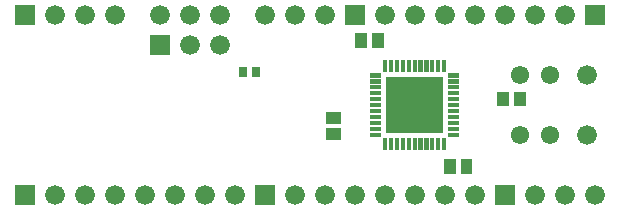
<source format=gbr>
G04 start of page 6 for group -4063 idx -4063 *
G04 Title: (unknown), componentmask *
G04 Creator: pcb 20110918 *
G04 CreationDate: Wed Aug  7 17:59:57 2013 UTC *
G04 For: mokus *
G04 Format: Gerber/RS-274X *
G04 PCB-Dimensions: 210000 80000 *
G04 PCB-Coordinate-Origin: lower left *
%MOIN*%
%FSLAX25Y25*%
%LNTOPMASK*%
%ADD53R,0.0276X0.0276*%
%ADD52R,0.0140X0.0140*%
%ADD51R,0.0395X0.0395*%
%ADD50C,0.0610*%
%ADD49C,0.0660*%
%ADD48C,0.0001*%
G54D48*G36*
X51700Y63300D02*Y56700D01*
X58300D01*
Y63300D01*
X51700D01*
G37*
G54D49*X55000Y70000D03*
X65000Y60000D03*
Y70000D03*
X75000D03*
X100000D03*
X90000D03*
X75000Y60000D03*
G54D48*G36*
X6700Y73300D02*Y66700D01*
X13300D01*
Y73300D01*
X6700D01*
G37*
G54D49*X20000Y70000D03*
X30000D03*
X40000D03*
G54D50*X175000Y30000D03*
X185000D03*
X175000Y50000D03*
X185000D03*
G54D49*X197500Y30000D03*
Y50000D03*
G54D48*G36*
X196700Y73300D02*Y66700D01*
X203300D01*
Y73300D01*
X196700D01*
G37*
G54D49*X190000Y70000D03*
X180000D03*
X170000D03*
X160000D03*
X150000D03*
G54D48*G36*
X6700Y13300D02*Y6700D01*
X13300D01*
Y13300D01*
X6700D01*
G37*
G54D49*X20000Y10000D03*
X30000D03*
X40000D03*
X50000D03*
X60000D03*
X70000D03*
X80000D03*
G54D48*G36*
X86700Y13300D02*Y6700D01*
X93300D01*
Y13300D01*
X86700D01*
G37*
G54D49*X100000Y10000D03*
X110000D03*
X120000D03*
X130000D03*
X140000D03*
X150000D03*
X160000D03*
G54D48*G36*
X166700Y13300D02*Y6700D01*
X173300D01*
Y13300D01*
X166700D01*
G37*
G54D49*X180000Y10000D03*
X190000D03*
X200000D03*
G54D48*G36*
X116700Y73300D02*Y66700D01*
X123300D01*
Y73300D01*
X116700D01*
G37*
G54D49*X110000Y70000D03*
X140000D03*
X130000D03*
G54D51*X112508Y35755D02*X113492D01*
X112508Y30245D02*X113492D01*
X151745Y19992D02*Y19008D01*
X157255Y19992D02*Y19008D01*
G54D52*X145905Y28229D02*Y25788D01*
X147874Y28229D02*Y25788D01*
X149842Y28229D02*Y25788D01*
X151771Y30158D02*X154212D01*
X151771Y32126D02*X154212D01*
X143937Y54212D02*Y51771D01*
X141968Y54212D02*Y51771D01*
X140000Y54212D02*Y51771D01*
X138032Y54212D02*Y51771D01*
X136063Y54212D02*Y51771D01*
X134095Y54212D02*Y51771D01*
G54D53*X82835Y51393D02*Y50607D01*
X87165Y51393D02*Y50607D01*
G54D52*X132126Y54212D02*Y51771D01*
X130158Y54212D02*Y51771D01*
X125788Y49842D02*X128229D01*
X125788Y47874D02*X128229D01*
X125788Y45905D02*X128229D01*
X125788Y43937D02*X128229D01*
G54D51*X122245Y61992D02*Y61008D01*
X127755Y61992D02*Y61008D01*
G54D52*X125788Y41968D02*X128229D01*
X125788Y40000D02*X128229D01*
X125788Y38032D02*X128229D01*
X125788Y36063D02*X128229D01*
G54D48*G36*
X130548Y49452D02*Y30548D01*
X149452D01*
Y49452D01*
X130548D01*
G37*
G54D52*X125788Y34095D02*X128229D01*
X125788Y32126D02*X128229D01*
X125788Y30158D02*X128229D01*
X130158Y28229D02*Y25788D01*
X132126Y28229D02*Y25788D01*
X134095Y28229D02*Y25788D01*
X136063Y28229D02*Y25788D01*
X138032Y28229D02*Y25788D01*
X140000Y28229D02*Y25788D01*
X141968Y28229D02*Y25788D01*
X143937Y28229D02*Y25788D01*
X149842Y54212D02*Y51771D01*
X147874Y54212D02*Y51771D01*
X145905Y54212D02*Y51771D01*
X151771Y34095D02*X154212D01*
X151771Y36063D02*X154212D01*
X151771Y38032D02*X154212D01*
X151771Y40000D02*X154212D01*
X151771Y41968D02*X154212D01*
X151771Y43937D02*X154212D01*
X151771Y45905D02*X154212D01*
X151771Y47874D02*X154212D01*
X151771Y49842D02*X154212D01*
G54D51*X169500Y42492D02*Y41508D01*
X175010Y42492D02*Y41508D01*
M02*

</source>
